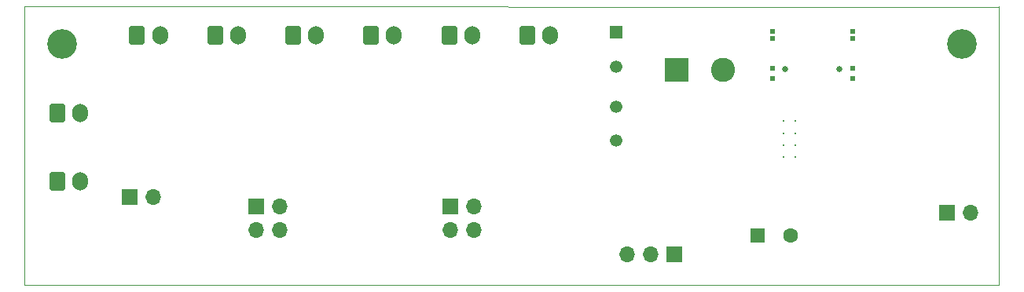
<source format=gbr>
%TF.GenerationSoftware,KiCad,Pcbnew,(6.0.10)*%
%TF.CreationDate,2022-12-24T21:06:36-06:00*%
%TF.ProjectId,better-klipper-expander,62657474-6572-42d6-9b6c-69707065722d,V1*%
%TF.SameCoordinates,Original*%
%TF.FileFunction,Soldermask,Bot*%
%TF.FilePolarity,Negative*%
%FSLAX46Y46*%
G04 Gerber Fmt 4.6, Leading zero omitted, Abs format (unit mm)*
G04 Created by KiCad (PCBNEW (6.0.10)) date 2022-12-24 21:06:36*
%MOMM*%
%LPD*%
G01*
G04 APERTURE LIST*
G04 Aperture macros list*
%AMRoundRect*
0 Rectangle with rounded corners*
0 $1 Rounding radius*
0 $2 $3 $4 $5 $6 $7 $8 $9 X,Y pos of 4 corners*
0 Add a 4 corners polygon primitive as box body*
4,1,4,$2,$3,$4,$5,$6,$7,$8,$9,$2,$3,0*
0 Add four circle primitives for the rounded corners*
1,1,$1+$1,$2,$3*
1,1,$1+$1,$4,$5*
1,1,$1+$1,$6,$7*
1,1,$1+$1,$8,$9*
0 Add four rect primitives between the rounded corners*
20,1,$1+$1,$2,$3,$4,$5,0*
20,1,$1+$1,$4,$5,$6,$7,0*
20,1,$1+$1,$6,$7,$8,$9,0*
20,1,$1+$1,$8,$9,$2,$3,0*%
G04 Aperture macros list end*
%TA.AperFunction,Profile*%
%ADD10C,0.050000*%
%TD*%
%ADD11RoundRect,0.250000X-0.600000X-0.750000X0.600000X-0.750000X0.600000X0.750000X-0.600000X0.750000X0*%
%ADD12O,1.700000X2.000000*%
%ADD13R,1.700000X1.700000*%
%ADD14O,1.700000X1.700000*%
%ADD15R,2.600000X2.600000*%
%ADD16C,2.600000*%
%ADD17C,3.200000*%
%ADD18C,0.300000*%
%ADD19R,1.600000X1.600000*%
%ADD20C,1.600000*%
%ADD21C,0.609600*%
%ADD22C,0.660400*%
%ADD23R,1.337000X1.337000*%
%ADD24C,1.337000*%
G04 APERTURE END LIST*
D10*
X88045000Y-77495000D02*
X88045000Y-107495000D01*
X193045000Y-77500000D02*
X88045000Y-77495000D01*
X88045000Y-107495000D02*
X193045000Y-107495000D01*
X193045000Y-107495000D02*
X193045000Y-77495000D01*
D11*
%TO.C,J8*%
X108550000Y-80575000D03*
D12*
X111050000Y-80575000D03*
%TD*%
D13*
%TO.C,JP2*%
X99325000Y-98000000D03*
D14*
X101865000Y-98000000D03*
%TD*%
D11*
%TO.C,J5*%
X125350000Y-80575000D03*
D12*
X127850000Y-80575000D03*
%TD*%
D11*
%TO.C,J9*%
X100150000Y-80575000D03*
D12*
X102650000Y-80575000D03*
%TD*%
D11*
%TO.C,J3*%
X142200000Y-80575000D03*
D12*
X144700000Y-80575000D03*
%TD*%
D13*
%TO.C,J13*%
X112960000Y-99025000D03*
D14*
X115500000Y-99025000D03*
X112960000Y-101565000D03*
X115500000Y-101565000D03*
%TD*%
D11*
%TO.C,J4*%
X133800000Y-80575000D03*
D12*
X136300000Y-80575000D03*
%TD*%
D11*
%TO.C,J6*%
X91545000Y-96295000D03*
D12*
X94045000Y-96295000D03*
%TD*%
D15*
%TO.C,J1*%
X158300000Y-84295000D03*
D16*
X163300000Y-84295000D03*
%TD*%
D13*
%TO.C,J11*%
X133925000Y-99025000D03*
D14*
X136465000Y-99025000D03*
X133925000Y-101565000D03*
X136465000Y-101565000D03*
%TD*%
D17*
%TO.C,H2*%
X92045000Y-81495000D03*
X92045000Y-81495000D03*
%TD*%
%TO.C,H1*%
X189050000Y-81495000D03*
X189050000Y-81495000D03*
%TD*%
D11*
%TO.C,J7*%
X116950000Y-80575000D03*
D12*
X119450000Y-80575000D03*
%TD*%
D18*
%TO.C,U3*%
X171090000Y-93750000D03*
X169790000Y-93750000D03*
X171090000Y-92450000D03*
X169790000Y-92450000D03*
X171090000Y-91150000D03*
X169790000Y-91150000D03*
X171090000Y-89850000D03*
X169790000Y-89850000D03*
%TD*%
D13*
%TO.C,J12*%
X158000000Y-104200000D03*
D14*
X155460000Y-104200000D03*
X152920000Y-104200000D03*
%TD*%
D11*
%TO.C,J10*%
X91545000Y-88975000D03*
D12*
X94045000Y-88975000D03*
%TD*%
D13*
%TO.C,JP1*%
X187425000Y-99700000D03*
D14*
X189965000Y-99700000D03*
%TD*%
D19*
%TO.C,C19*%
X167047349Y-102200000D03*
D20*
X170547349Y-102200000D03*
%TD*%
D21*
%TO.C,J2*%
X168580000Y-84164700D03*
X177220000Y-80924500D03*
X177220002Y-84164700D03*
X177220002Y-85256900D03*
X168580000Y-85256900D03*
X168580000Y-80137100D03*
X177220000Y-80137100D03*
X168580000Y-80924500D03*
D22*
X175789999Y-84210801D03*
X170010001Y-84210801D03*
%TD*%
D23*
%TO.C,F2*%
X151800000Y-80250000D03*
D24*
X151800000Y-83950000D03*
X151800000Y-88250000D03*
X151800000Y-91950000D03*
%TD*%
M02*

</source>
